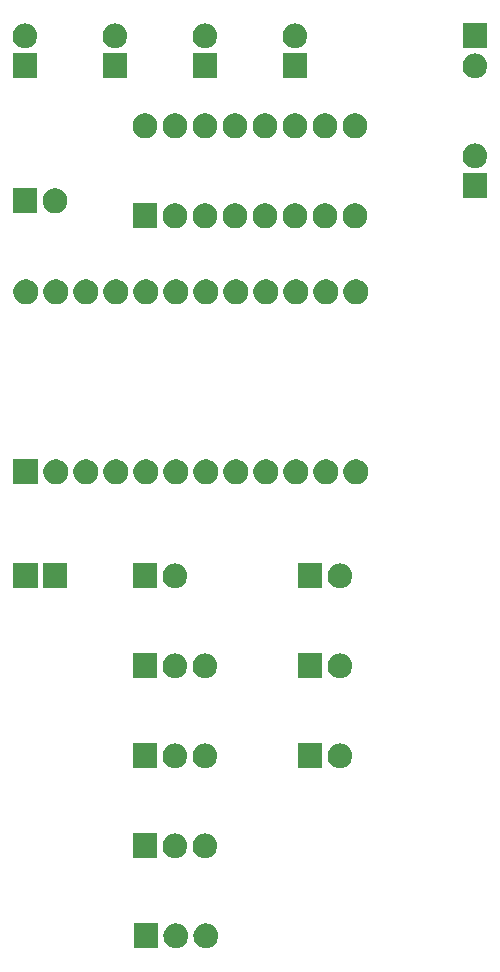
<source format=gbr>
%TF.GenerationSoftware,KiCad,Pcbnew,(5.1.4)-1*%
%TF.CreationDate,2019-11-27T14:19:05+02:00*%
%TF.ProjectId,DIVA_promicro,44495641-5f70-4726-9f6d-6963726f2e6b,rev?*%
%TF.SameCoordinates,Original*%
%TF.FileFunction,Soldermask,Bot*%
%TF.FilePolarity,Negative*%
%FSLAX46Y46*%
G04 Gerber Fmt 4.6, Leading zero omitted, Abs format (unit mm)*
G04 Created by KiCad (PCBNEW (5.1.4)-1) date 2019-11-27 14:19:05*
%MOMM*%
%LPD*%
G04 APERTURE LIST*
%ADD10C,0.100000*%
G04 APERTURE END LIST*
D10*
G36*
X127183097Y-113254069D02*
G01*
X127286032Y-113264207D01*
X127484146Y-113324305D01*
X127484149Y-113324306D01*
X127580975Y-113376061D01*
X127666729Y-113421897D01*
X127826765Y-113553235D01*
X127958103Y-113713271D01*
X128003939Y-113799025D01*
X128055694Y-113895851D01*
X128055695Y-113895854D01*
X128115793Y-114093968D01*
X128136085Y-114300000D01*
X128115793Y-114506032D01*
X128055695Y-114704146D01*
X128055694Y-114704149D01*
X128003939Y-114800975D01*
X127958103Y-114886729D01*
X127826765Y-115046765D01*
X127666729Y-115178103D01*
X127580975Y-115223939D01*
X127484149Y-115275694D01*
X127484146Y-115275695D01*
X127286032Y-115335793D01*
X127183097Y-115345931D01*
X127131631Y-115351000D01*
X127028369Y-115351000D01*
X126976903Y-115345931D01*
X126873968Y-115335793D01*
X126675854Y-115275695D01*
X126675851Y-115275694D01*
X126579025Y-115223939D01*
X126493271Y-115178103D01*
X126333235Y-115046765D01*
X126201897Y-114886729D01*
X126156061Y-114800975D01*
X126104306Y-114704149D01*
X126104305Y-114704146D01*
X126044207Y-114506032D01*
X126023915Y-114300000D01*
X126044207Y-114093968D01*
X126104305Y-113895854D01*
X126104306Y-113895851D01*
X126156061Y-113799025D01*
X126201897Y-113713271D01*
X126333235Y-113553235D01*
X126493271Y-113421897D01*
X126579025Y-113376061D01*
X126675851Y-113324306D01*
X126675854Y-113324305D01*
X126873968Y-113264207D01*
X126976903Y-113254069D01*
X127028369Y-113249000D01*
X127131631Y-113249000D01*
X127183097Y-113254069D01*
X127183097Y-113254069D01*
G37*
G36*
X123051000Y-115351000D02*
G01*
X120949000Y-115351000D01*
X120949000Y-113249000D01*
X123051000Y-113249000D01*
X123051000Y-115351000D01*
X123051000Y-115351000D01*
G37*
G36*
X124643097Y-113254069D02*
G01*
X124746032Y-113264207D01*
X124944146Y-113324305D01*
X124944149Y-113324306D01*
X125040975Y-113376061D01*
X125126729Y-113421897D01*
X125286765Y-113553235D01*
X125418103Y-113713271D01*
X125463939Y-113799025D01*
X125515694Y-113895851D01*
X125515695Y-113895854D01*
X125575793Y-114093968D01*
X125596085Y-114300000D01*
X125575793Y-114506032D01*
X125515695Y-114704146D01*
X125515694Y-114704149D01*
X125463939Y-114800975D01*
X125418103Y-114886729D01*
X125286765Y-115046765D01*
X125126729Y-115178103D01*
X125040975Y-115223939D01*
X124944149Y-115275694D01*
X124944146Y-115275695D01*
X124746032Y-115335793D01*
X124643097Y-115345931D01*
X124591631Y-115351000D01*
X124488369Y-115351000D01*
X124436903Y-115345931D01*
X124333968Y-115335793D01*
X124135854Y-115275695D01*
X124135851Y-115275694D01*
X124039025Y-115223939D01*
X123953271Y-115178103D01*
X123793235Y-115046765D01*
X123661897Y-114886729D01*
X123616061Y-114800975D01*
X123564306Y-114704149D01*
X123564305Y-114704146D01*
X123504207Y-114506032D01*
X123483915Y-114300000D01*
X123504207Y-114093968D01*
X123564305Y-113895854D01*
X123564306Y-113895851D01*
X123616061Y-113799025D01*
X123661897Y-113713271D01*
X123793235Y-113553235D01*
X123953271Y-113421897D01*
X124039025Y-113376061D01*
X124135851Y-113324306D01*
X124135854Y-113324305D01*
X124333968Y-113264207D01*
X124436903Y-113254069D01*
X124488369Y-113249000D01*
X124591631Y-113249000D01*
X124643097Y-113254069D01*
X124643097Y-113254069D01*
G37*
G36*
X122971000Y-107731000D02*
G01*
X120869000Y-107731000D01*
X120869000Y-105629000D01*
X122971000Y-105629000D01*
X122971000Y-107731000D01*
X122971000Y-107731000D01*
G37*
G36*
X127103097Y-105634069D02*
G01*
X127206032Y-105644207D01*
X127404146Y-105704305D01*
X127404149Y-105704306D01*
X127500975Y-105756061D01*
X127586729Y-105801897D01*
X127746765Y-105933235D01*
X127878103Y-106093271D01*
X127923939Y-106179025D01*
X127975694Y-106275851D01*
X127975695Y-106275854D01*
X128035793Y-106473968D01*
X128056085Y-106680000D01*
X128035793Y-106886032D01*
X127975695Y-107084146D01*
X127975694Y-107084149D01*
X127923939Y-107180975D01*
X127878103Y-107266729D01*
X127746765Y-107426765D01*
X127586729Y-107558103D01*
X127500975Y-107603939D01*
X127404149Y-107655694D01*
X127404146Y-107655695D01*
X127206032Y-107715793D01*
X127103097Y-107725931D01*
X127051631Y-107731000D01*
X126948369Y-107731000D01*
X126896903Y-107725931D01*
X126793968Y-107715793D01*
X126595854Y-107655695D01*
X126595851Y-107655694D01*
X126499025Y-107603939D01*
X126413271Y-107558103D01*
X126253235Y-107426765D01*
X126121897Y-107266729D01*
X126076061Y-107180975D01*
X126024306Y-107084149D01*
X126024305Y-107084146D01*
X125964207Y-106886032D01*
X125943915Y-106680000D01*
X125964207Y-106473968D01*
X126024305Y-106275854D01*
X126024306Y-106275851D01*
X126076061Y-106179025D01*
X126121897Y-106093271D01*
X126253235Y-105933235D01*
X126413271Y-105801897D01*
X126499025Y-105756061D01*
X126595851Y-105704306D01*
X126595854Y-105704305D01*
X126793968Y-105644207D01*
X126896903Y-105634069D01*
X126948369Y-105629000D01*
X127051631Y-105629000D01*
X127103097Y-105634069D01*
X127103097Y-105634069D01*
G37*
G36*
X124563097Y-105634069D02*
G01*
X124666032Y-105644207D01*
X124864146Y-105704305D01*
X124864149Y-105704306D01*
X124960975Y-105756061D01*
X125046729Y-105801897D01*
X125206765Y-105933235D01*
X125338103Y-106093271D01*
X125383939Y-106179025D01*
X125435694Y-106275851D01*
X125435695Y-106275854D01*
X125495793Y-106473968D01*
X125516085Y-106680000D01*
X125495793Y-106886032D01*
X125435695Y-107084146D01*
X125435694Y-107084149D01*
X125383939Y-107180975D01*
X125338103Y-107266729D01*
X125206765Y-107426765D01*
X125046729Y-107558103D01*
X124960975Y-107603939D01*
X124864149Y-107655694D01*
X124864146Y-107655695D01*
X124666032Y-107715793D01*
X124563097Y-107725931D01*
X124511631Y-107731000D01*
X124408369Y-107731000D01*
X124356903Y-107725931D01*
X124253968Y-107715793D01*
X124055854Y-107655695D01*
X124055851Y-107655694D01*
X123959025Y-107603939D01*
X123873271Y-107558103D01*
X123713235Y-107426765D01*
X123581897Y-107266729D01*
X123536061Y-107180975D01*
X123484306Y-107084149D01*
X123484305Y-107084146D01*
X123424207Y-106886032D01*
X123403915Y-106680000D01*
X123424207Y-106473968D01*
X123484305Y-106275854D01*
X123484306Y-106275851D01*
X123536061Y-106179025D01*
X123581897Y-106093271D01*
X123713235Y-105933235D01*
X123873271Y-105801897D01*
X123959025Y-105756061D01*
X124055851Y-105704306D01*
X124055854Y-105704305D01*
X124253968Y-105644207D01*
X124356903Y-105634069D01*
X124408369Y-105629000D01*
X124511631Y-105629000D01*
X124563097Y-105634069D01*
X124563097Y-105634069D01*
G37*
G36*
X127103097Y-98014069D02*
G01*
X127206032Y-98024207D01*
X127404146Y-98084305D01*
X127404149Y-98084306D01*
X127500975Y-98136061D01*
X127586729Y-98181897D01*
X127746765Y-98313235D01*
X127878103Y-98473271D01*
X127923939Y-98559025D01*
X127975694Y-98655851D01*
X127975695Y-98655854D01*
X128035793Y-98853968D01*
X128056085Y-99060000D01*
X128035793Y-99266032D01*
X127975695Y-99464146D01*
X127975694Y-99464149D01*
X127923939Y-99560975D01*
X127878103Y-99646729D01*
X127746765Y-99806765D01*
X127586729Y-99938103D01*
X127500975Y-99983939D01*
X127404149Y-100035694D01*
X127404146Y-100035695D01*
X127206032Y-100095793D01*
X127103097Y-100105931D01*
X127051631Y-100111000D01*
X126948369Y-100111000D01*
X126896903Y-100105931D01*
X126793968Y-100095793D01*
X126595854Y-100035695D01*
X126595851Y-100035694D01*
X126499025Y-99983939D01*
X126413271Y-99938103D01*
X126253235Y-99806765D01*
X126121897Y-99646729D01*
X126076061Y-99560975D01*
X126024306Y-99464149D01*
X126024305Y-99464146D01*
X125964207Y-99266032D01*
X125943915Y-99060000D01*
X125964207Y-98853968D01*
X126024305Y-98655854D01*
X126024306Y-98655851D01*
X126076061Y-98559025D01*
X126121897Y-98473271D01*
X126253235Y-98313235D01*
X126413271Y-98181897D01*
X126499025Y-98136061D01*
X126595851Y-98084306D01*
X126595854Y-98084305D01*
X126793968Y-98024207D01*
X126896903Y-98014069D01*
X126948369Y-98009000D01*
X127051631Y-98009000D01*
X127103097Y-98014069D01*
X127103097Y-98014069D01*
G37*
G36*
X136941000Y-100111000D02*
G01*
X134839000Y-100111000D01*
X134839000Y-98009000D01*
X136941000Y-98009000D01*
X136941000Y-100111000D01*
X136941000Y-100111000D01*
G37*
G36*
X124563097Y-98014069D02*
G01*
X124666032Y-98024207D01*
X124864146Y-98084305D01*
X124864149Y-98084306D01*
X124960975Y-98136061D01*
X125046729Y-98181897D01*
X125206765Y-98313235D01*
X125338103Y-98473271D01*
X125383939Y-98559025D01*
X125435694Y-98655851D01*
X125435695Y-98655854D01*
X125495793Y-98853968D01*
X125516085Y-99060000D01*
X125495793Y-99266032D01*
X125435695Y-99464146D01*
X125435694Y-99464149D01*
X125383939Y-99560975D01*
X125338103Y-99646729D01*
X125206765Y-99806765D01*
X125046729Y-99938103D01*
X124960975Y-99983939D01*
X124864149Y-100035694D01*
X124864146Y-100035695D01*
X124666032Y-100095793D01*
X124563097Y-100105931D01*
X124511631Y-100111000D01*
X124408369Y-100111000D01*
X124356903Y-100105931D01*
X124253968Y-100095793D01*
X124055854Y-100035695D01*
X124055851Y-100035694D01*
X123959025Y-99983939D01*
X123873271Y-99938103D01*
X123713235Y-99806765D01*
X123581897Y-99646729D01*
X123536061Y-99560975D01*
X123484306Y-99464149D01*
X123484305Y-99464146D01*
X123424207Y-99266032D01*
X123403915Y-99060000D01*
X123424207Y-98853968D01*
X123484305Y-98655854D01*
X123484306Y-98655851D01*
X123536061Y-98559025D01*
X123581897Y-98473271D01*
X123713235Y-98313235D01*
X123873271Y-98181897D01*
X123959025Y-98136061D01*
X124055851Y-98084306D01*
X124055854Y-98084305D01*
X124253968Y-98024207D01*
X124356903Y-98014069D01*
X124408369Y-98009000D01*
X124511631Y-98009000D01*
X124563097Y-98014069D01*
X124563097Y-98014069D01*
G37*
G36*
X122971000Y-100111000D02*
G01*
X120869000Y-100111000D01*
X120869000Y-98009000D01*
X122971000Y-98009000D01*
X122971000Y-100111000D01*
X122971000Y-100111000D01*
G37*
G36*
X138533097Y-98014069D02*
G01*
X138636032Y-98024207D01*
X138834146Y-98084305D01*
X138834149Y-98084306D01*
X138930975Y-98136061D01*
X139016729Y-98181897D01*
X139176765Y-98313235D01*
X139308103Y-98473271D01*
X139353939Y-98559025D01*
X139405694Y-98655851D01*
X139405695Y-98655854D01*
X139465793Y-98853968D01*
X139486085Y-99060000D01*
X139465793Y-99266032D01*
X139405695Y-99464146D01*
X139405694Y-99464149D01*
X139353939Y-99560975D01*
X139308103Y-99646729D01*
X139176765Y-99806765D01*
X139016729Y-99938103D01*
X138930975Y-99983939D01*
X138834149Y-100035694D01*
X138834146Y-100035695D01*
X138636032Y-100095793D01*
X138533097Y-100105931D01*
X138481631Y-100111000D01*
X138378369Y-100111000D01*
X138326903Y-100105931D01*
X138223968Y-100095793D01*
X138025854Y-100035695D01*
X138025851Y-100035694D01*
X137929025Y-99983939D01*
X137843271Y-99938103D01*
X137683235Y-99806765D01*
X137551897Y-99646729D01*
X137506061Y-99560975D01*
X137454306Y-99464149D01*
X137454305Y-99464146D01*
X137394207Y-99266032D01*
X137373915Y-99060000D01*
X137394207Y-98853968D01*
X137454305Y-98655854D01*
X137454306Y-98655851D01*
X137506061Y-98559025D01*
X137551897Y-98473271D01*
X137683235Y-98313235D01*
X137843271Y-98181897D01*
X137929025Y-98136061D01*
X138025851Y-98084306D01*
X138025854Y-98084305D01*
X138223968Y-98024207D01*
X138326903Y-98014069D01*
X138378369Y-98009000D01*
X138481631Y-98009000D01*
X138533097Y-98014069D01*
X138533097Y-98014069D01*
G37*
G36*
X124563097Y-90394069D02*
G01*
X124666032Y-90404207D01*
X124864146Y-90464305D01*
X124864149Y-90464306D01*
X124960975Y-90516061D01*
X125046729Y-90561897D01*
X125206765Y-90693235D01*
X125338103Y-90853271D01*
X125383939Y-90939025D01*
X125435694Y-91035851D01*
X125435695Y-91035854D01*
X125495793Y-91233968D01*
X125516085Y-91440000D01*
X125495793Y-91646032D01*
X125435695Y-91844146D01*
X125435694Y-91844149D01*
X125383939Y-91940975D01*
X125338103Y-92026729D01*
X125206765Y-92186765D01*
X125046729Y-92318103D01*
X124960975Y-92363939D01*
X124864149Y-92415694D01*
X124864146Y-92415695D01*
X124666032Y-92475793D01*
X124563097Y-92485931D01*
X124511631Y-92491000D01*
X124408369Y-92491000D01*
X124356903Y-92485931D01*
X124253968Y-92475793D01*
X124055854Y-92415695D01*
X124055851Y-92415694D01*
X123959025Y-92363939D01*
X123873271Y-92318103D01*
X123713235Y-92186765D01*
X123581897Y-92026729D01*
X123536061Y-91940975D01*
X123484306Y-91844149D01*
X123484305Y-91844146D01*
X123424207Y-91646032D01*
X123403915Y-91440000D01*
X123424207Y-91233968D01*
X123484305Y-91035854D01*
X123484306Y-91035851D01*
X123536061Y-90939025D01*
X123581897Y-90853271D01*
X123713235Y-90693235D01*
X123873271Y-90561897D01*
X123959025Y-90516061D01*
X124055851Y-90464306D01*
X124055854Y-90464305D01*
X124253968Y-90404207D01*
X124356903Y-90394069D01*
X124408369Y-90389000D01*
X124511631Y-90389000D01*
X124563097Y-90394069D01*
X124563097Y-90394069D01*
G37*
G36*
X136941000Y-92491000D02*
G01*
X134839000Y-92491000D01*
X134839000Y-90389000D01*
X136941000Y-90389000D01*
X136941000Y-92491000D01*
X136941000Y-92491000D01*
G37*
G36*
X138533097Y-90394069D02*
G01*
X138636032Y-90404207D01*
X138834146Y-90464305D01*
X138834149Y-90464306D01*
X138930975Y-90516061D01*
X139016729Y-90561897D01*
X139176765Y-90693235D01*
X139308103Y-90853271D01*
X139353939Y-90939025D01*
X139405694Y-91035851D01*
X139405695Y-91035854D01*
X139465793Y-91233968D01*
X139486085Y-91440000D01*
X139465793Y-91646032D01*
X139405695Y-91844146D01*
X139405694Y-91844149D01*
X139353939Y-91940975D01*
X139308103Y-92026729D01*
X139176765Y-92186765D01*
X139016729Y-92318103D01*
X138930975Y-92363939D01*
X138834149Y-92415694D01*
X138834146Y-92415695D01*
X138636032Y-92475793D01*
X138533097Y-92485931D01*
X138481631Y-92491000D01*
X138378369Y-92491000D01*
X138326903Y-92485931D01*
X138223968Y-92475793D01*
X138025854Y-92415695D01*
X138025851Y-92415694D01*
X137929025Y-92363939D01*
X137843271Y-92318103D01*
X137683235Y-92186765D01*
X137551897Y-92026729D01*
X137506061Y-91940975D01*
X137454306Y-91844149D01*
X137454305Y-91844146D01*
X137394207Y-91646032D01*
X137373915Y-91440000D01*
X137394207Y-91233968D01*
X137454305Y-91035854D01*
X137454306Y-91035851D01*
X137506061Y-90939025D01*
X137551897Y-90853271D01*
X137683235Y-90693235D01*
X137843271Y-90561897D01*
X137929025Y-90516061D01*
X138025851Y-90464306D01*
X138025854Y-90464305D01*
X138223968Y-90404207D01*
X138326903Y-90394069D01*
X138378369Y-90389000D01*
X138481631Y-90389000D01*
X138533097Y-90394069D01*
X138533097Y-90394069D01*
G37*
G36*
X122971000Y-92491000D02*
G01*
X120869000Y-92491000D01*
X120869000Y-90389000D01*
X122971000Y-90389000D01*
X122971000Y-92491000D01*
X122971000Y-92491000D01*
G37*
G36*
X127103097Y-90394069D02*
G01*
X127206032Y-90404207D01*
X127404146Y-90464305D01*
X127404149Y-90464306D01*
X127500975Y-90516061D01*
X127586729Y-90561897D01*
X127746765Y-90693235D01*
X127878103Y-90853271D01*
X127923939Y-90939025D01*
X127975694Y-91035851D01*
X127975695Y-91035854D01*
X128035793Y-91233968D01*
X128056085Y-91440000D01*
X128035793Y-91646032D01*
X127975695Y-91844146D01*
X127975694Y-91844149D01*
X127923939Y-91940975D01*
X127878103Y-92026729D01*
X127746765Y-92186765D01*
X127586729Y-92318103D01*
X127500975Y-92363939D01*
X127404149Y-92415694D01*
X127404146Y-92415695D01*
X127206032Y-92475793D01*
X127103097Y-92485931D01*
X127051631Y-92491000D01*
X126948369Y-92491000D01*
X126896903Y-92485931D01*
X126793968Y-92475793D01*
X126595854Y-92415695D01*
X126595851Y-92415694D01*
X126499025Y-92363939D01*
X126413271Y-92318103D01*
X126253235Y-92186765D01*
X126121897Y-92026729D01*
X126076061Y-91940975D01*
X126024306Y-91844149D01*
X126024305Y-91844146D01*
X125964207Y-91646032D01*
X125943915Y-91440000D01*
X125964207Y-91233968D01*
X126024305Y-91035854D01*
X126024306Y-91035851D01*
X126076061Y-90939025D01*
X126121897Y-90853271D01*
X126253235Y-90693235D01*
X126413271Y-90561897D01*
X126499025Y-90516061D01*
X126595851Y-90464306D01*
X126595854Y-90464305D01*
X126793968Y-90404207D01*
X126896903Y-90394069D01*
X126948369Y-90389000D01*
X127051631Y-90389000D01*
X127103097Y-90394069D01*
X127103097Y-90394069D01*
G37*
G36*
X115351000Y-84871000D02*
G01*
X113249000Y-84871000D01*
X113249000Y-82769000D01*
X115351000Y-82769000D01*
X115351000Y-84871000D01*
X115351000Y-84871000D01*
G37*
G36*
X112821000Y-84871000D02*
G01*
X110719000Y-84871000D01*
X110719000Y-82769000D01*
X112821000Y-82769000D01*
X112821000Y-84871000D01*
X112821000Y-84871000D01*
G37*
G36*
X122971000Y-84871000D02*
G01*
X120869000Y-84871000D01*
X120869000Y-82769000D01*
X122971000Y-82769000D01*
X122971000Y-84871000D01*
X122971000Y-84871000D01*
G37*
G36*
X124563097Y-82774069D02*
G01*
X124666032Y-82784207D01*
X124864146Y-82844305D01*
X124864149Y-82844306D01*
X124960975Y-82896061D01*
X125046729Y-82941897D01*
X125206765Y-83073235D01*
X125338103Y-83233271D01*
X125383939Y-83319025D01*
X125435694Y-83415851D01*
X125435695Y-83415854D01*
X125495793Y-83613968D01*
X125516085Y-83820000D01*
X125495793Y-84026032D01*
X125435695Y-84224146D01*
X125435694Y-84224149D01*
X125383939Y-84320975D01*
X125338103Y-84406729D01*
X125206765Y-84566765D01*
X125046729Y-84698103D01*
X124960975Y-84743939D01*
X124864149Y-84795694D01*
X124864146Y-84795695D01*
X124666032Y-84855793D01*
X124563097Y-84865931D01*
X124511631Y-84871000D01*
X124408369Y-84871000D01*
X124356903Y-84865931D01*
X124253968Y-84855793D01*
X124055854Y-84795695D01*
X124055851Y-84795694D01*
X123959025Y-84743939D01*
X123873271Y-84698103D01*
X123713235Y-84566765D01*
X123581897Y-84406729D01*
X123536061Y-84320975D01*
X123484306Y-84224149D01*
X123484305Y-84224146D01*
X123424207Y-84026032D01*
X123403915Y-83820000D01*
X123424207Y-83613968D01*
X123484305Y-83415854D01*
X123484306Y-83415851D01*
X123536061Y-83319025D01*
X123581897Y-83233271D01*
X123713235Y-83073235D01*
X123873271Y-82941897D01*
X123959025Y-82896061D01*
X124055851Y-82844306D01*
X124055854Y-82844305D01*
X124253968Y-82784207D01*
X124356903Y-82774069D01*
X124408369Y-82769000D01*
X124511631Y-82769000D01*
X124563097Y-82774069D01*
X124563097Y-82774069D01*
G37*
G36*
X136941000Y-84871000D02*
G01*
X134839000Y-84871000D01*
X134839000Y-82769000D01*
X136941000Y-82769000D01*
X136941000Y-84871000D01*
X136941000Y-84871000D01*
G37*
G36*
X138533097Y-82774069D02*
G01*
X138636032Y-82784207D01*
X138834146Y-82844305D01*
X138834149Y-82844306D01*
X138930975Y-82896061D01*
X139016729Y-82941897D01*
X139176765Y-83073235D01*
X139308103Y-83233271D01*
X139353939Y-83319025D01*
X139405694Y-83415851D01*
X139405695Y-83415854D01*
X139465793Y-83613968D01*
X139486085Y-83820000D01*
X139465793Y-84026032D01*
X139405695Y-84224146D01*
X139405694Y-84224149D01*
X139353939Y-84320975D01*
X139308103Y-84406729D01*
X139176765Y-84566765D01*
X139016729Y-84698103D01*
X138930975Y-84743939D01*
X138834149Y-84795694D01*
X138834146Y-84795695D01*
X138636032Y-84855793D01*
X138533097Y-84865931D01*
X138481631Y-84871000D01*
X138378369Y-84871000D01*
X138326903Y-84865931D01*
X138223968Y-84855793D01*
X138025854Y-84795695D01*
X138025851Y-84795694D01*
X137929025Y-84743939D01*
X137843271Y-84698103D01*
X137683235Y-84566765D01*
X137551897Y-84406729D01*
X137506061Y-84320975D01*
X137454306Y-84224149D01*
X137454305Y-84224146D01*
X137394207Y-84026032D01*
X137373915Y-83820000D01*
X137394207Y-83613968D01*
X137454305Y-83415854D01*
X137454306Y-83415851D01*
X137506061Y-83319025D01*
X137551897Y-83233271D01*
X137683235Y-83073235D01*
X137843271Y-82941897D01*
X137929025Y-82896061D01*
X138025851Y-82844306D01*
X138025854Y-82844305D01*
X138223968Y-82784207D01*
X138326903Y-82774069D01*
X138378369Y-82769000D01*
X138481631Y-82769000D01*
X138533097Y-82774069D01*
X138533097Y-82774069D01*
G37*
G36*
X129921565Y-73994390D02*
G01*
X130112834Y-74073616D01*
X130112836Y-74073617D01*
X130284974Y-74188636D01*
X130431366Y-74335028D01*
X130546386Y-74507168D01*
X130625612Y-74698437D01*
X130666001Y-74901485D01*
X130666001Y-75108517D01*
X130625612Y-75311565D01*
X130546386Y-75502834D01*
X130546385Y-75502836D01*
X130431366Y-75674974D01*
X130284974Y-75821366D01*
X130112836Y-75936385D01*
X130112835Y-75936386D01*
X130112834Y-75936386D01*
X129921565Y-76015612D01*
X129718517Y-76056001D01*
X129511485Y-76056001D01*
X129308437Y-76015612D01*
X129117168Y-75936386D01*
X129117167Y-75936386D01*
X129117166Y-75936385D01*
X128945028Y-75821366D01*
X128798636Y-75674974D01*
X128683617Y-75502836D01*
X128683616Y-75502834D01*
X128604390Y-75311565D01*
X128564001Y-75108517D01*
X128564001Y-74901485D01*
X128604390Y-74698437D01*
X128683616Y-74507168D01*
X128798636Y-74335028D01*
X128945028Y-74188636D01*
X129117166Y-74073617D01*
X129117168Y-74073616D01*
X129308437Y-73994390D01*
X129511485Y-73954001D01*
X129718517Y-73954001D01*
X129921565Y-73994390D01*
X129921565Y-73994390D01*
G37*
G36*
X119761565Y-73994390D02*
G01*
X119952834Y-74073616D01*
X119952836Y-74073617D01*
X120124974Y-74188636D01*
X120271366Y-74335028D01*
X120386386Y-74507168D01*
X120465612Y-74698437D01*
X120506001Y-74901485D01*
X120506001Y-75108517D01*
X120465612Y-75311565D01*
X120386386Y-75502834D01*
X120386385Y-75502836D01*
X120271366Y-75674974D01*
X120124974Y-75821366D01*
X119952836Y-75936385D01*
X119952835Y-75936386D01*
X119952834Y-75936386D01*
X119761565Y-76015612D01*
X119558517Y-76056001D01*
X119351485Y-76056001D01*
X119148437Y-76015612D01*
X118957168Y-75936386D01*
X118957167Y-75936386D01*
X118957166Y-75936385D01*
X118785028Y-75821366D01*
X118638636Y-75674974D01*
X118523617Y-75502836D01*
X118523616Y-75502834D01*
X118444390Y-75311565D01*
X118404001Y-75108517D01*
X118404001Y-74901485D01*
X118444390Y-74698437D01*
X118523616Y-74507168D01*
X118638636Y-74335028D01*
X118785028Y-74188636D01*
X118957166Y-74073617D01*
X118957168Y-74073616D01*
X119148437Y-73994390D01*
X119351485Y-73954001D01*
X119558517Y-73954001D01*
X119761565Y-73994390D01*
X119761565Y-73994390D01*
G37*
G36*
X117221565Y-73994390D02*
G01*
X117412834Y-74073616D01*
X117412836Y-74073617D01*
X117584974Y-74188636D01*
X117731366Y-74335028D01*
X117846386Y-74507168D01*
X117925612Y-74698437D01*
X117966001Y-74901485D01*
X117966001Y-75108517D01*
X117925612Y-75311565D01*
X117846386Y-75502834D01*
X117846385Y-75502836D01*
X117731366Y-75674974D01*
X117584974Y-75821366D01*
X117412836Y-75936385D01*
X117412835Y-75936386D01*
X117412834Y-75936386D01*
X117221565Y-76015612D01*
X117018517Y-76056001D01*
X116811485Y-76056001D01*
X116608437Y-76015612D01*
X116417168Y-75936386D01*
X116417167Y-75936386D01*
X116417166Y-75936385D01*
X116245028Y-75821366D01*
X116098636Y-75674974D01*
X115983617Y-75502836D01*
X115983616Y-75502834D01*
X115904390Y-75311565D01*
X115864001Y-75108517D01*
X115864001Y-74901485D01*
X115904390Y-74698437D01*
X115983616Y-74507168D01*
X116098636Y-74335028D01*
X116245028Y-74188636D01*
X116417166Y-74073617D01*
X116417168Y-74073616D01*
X116608437Y-73994390D01*
X116811485Y-73954001D01*
X117018517Y-73954001D01*
X117221565Y-73994390D01*
X117221565Y-73994390D01*
G37*
G36*
X114681565Y-73994390D02*
G01*
X114872834Y-74073616D01*
X114872836Y-74073617D01*
X115044974Y-74188636D01*
X115191366Y-74335028D01*
X115306386Y-74507168D01*
X115385612Y-74698437D01*
X115426001Y-74901485D01*
X115426001Y-75108517D01*
X115385612Y-75311565D01*
X115306386Y-75502834D01*
X115306385Y-75502836D01*
X115191366Y-75674974D01*
X115044974Y-75821366D01*
X114872836Y-75936385D01*
X114872835Y-75936386D01*
X114872834Y-75936386D01*
X114681565Y-76015612D01*
X114478517Y-76056001D01*
X114271485Y-76056001D01*
X114068437Y-76015612D01*
X113877168Y-75936386D01*
X113877167Y-75936386D01*
X113877166Y-75936385D01*
X113705028Y-75821366D01*
X113558636Y-75674974D01*
X113443617Y-75502836D01*
X113443616Y-75502834D01*
X113364390Y-75311565D01*
X113324001Y-75108517D01*
X113324001Y-74901485D01*
X113364390Y-74698437D01*
X113443616Y-74507168D01*
X113558636Y-74335028D01*
X113705028Y-74188636D01*
X113877166Y-74073617D01*
X113877168Y-74073616D01*
X114068437Y-73994390D01*
X114271485Y-73954001D01*
X114478517Y-73954001D01*
X114681565Y-73994390D01*
X114681565Y-73994390D01*
G37*
G36*
X112886001Y-76056001D02*
G01*
X110784001Y-76056001D01*
X110784001Y-73954001D01*
X112886001Y-73954001D01*
X112886001Y-76056001D01*
X112886001Y-76056001D01*
G37*
G36*
X124841565Y-73994390D02*
G01*
X125032834Y-74073616D01*
X125032836Y-74073617D01*
X125204974Y-74188636D01*
X125351366Y-74335028D01*
X125466386Y-74507168D01*
X125545612Y-74698437D01*
X125586001Y-74901485D01*
X125586001Y-75108517D01*
X125545612Y-75311565D01*
X125466386Y-75502834D01*
X125466385Y-75502836D01*
X125351366Y-75674974D01*
X125204974Y-75821366D01*
X125032836Y-75936385D01*
X125032835Y-75936386D01*
X125032834Y-75936386D01*
X124841565Y-76015612D01*
X124638517Y-76056001D01*
X124431485Y-76056001D01*
X124228437Y-76015612D01*
X124037168Y-75936386D01*
X124037167Y-75936386D01*
X124037166Y-75936385D01*
X123865028Y-75821366D01*
X123718636Y-75674974D01*
X123603617Y-75502836D01*
X123603616Y-75502834D01*
X123524390Y-75311565D01*
X123484001Y-75108517D01*
X123484001Y-74901485D01*
X123524390Y-74698437D01*
X123603616Y-74507168D01*
X123718636Y-74335028D01*
X123865028Y-74188636D01*
X124037166Y-74073617D01*
X124037168Y-74073616D01*
X124228437Y-73994390D01*
X124431485Y-73954001D01*
X124638517Y-73954001D01*
X124841565Y-73994390D01*
X124841565Y-73994390D01*
G37*
G36*
X127381565Y-73994390D02*
G01*
X127572834Y-74073616D01*
X127572836Y-74073617D01*
X127744974Y-74188636D01*
X127891366Y-74335028D01*
X128006386Y-74507168D01*
X128085612Y-74698437D01*
X128126001Y-74901485D01*
X128126001Y-75108517D01*
X128085612Y-75311565D01*
X128006386Y-75502834D01*
X128006385Y-75502836D01*
X127891366Y-75674974D01*
X127744974Y-75821366D01*
X127572836Y-75936385D01*
X127572835Y-75936386D01*
X127572834Y-75936386D01*
X127381565Y-76015612D01*
X127178517Y-76056001D01*
X126971485Y-76056001D01*
X126768437Y-76015612D01*
X126577168Y-75936386D01*
X126577167Y-75936386D01*
X126577166Y-75936385D01*
X126405028Y-75821366D01*
X126258636Y-75674974D01*
X126143617Y-75502836D01*
X126143616Y-75502834D01*
X126064390Y-75311565D01*
X126024001Y-75108517D01*
X126024001Y-74901485D01*
X126064390Y-74698437D01*
X126143616Y-74507168D01*
X126258636Y-74335028D01*
X126405028Y-74188636D01*
X126577166Y-74073617D01*
X126577168Y-74073616D01*
X126768437Y-73994390D01*
X126971485Y-73954001D01*
X127178517Y-73954001D01*
X127381565Y-73994390D01*
X127381565Y-73994390D01*
G37*
G36*
X132461565Y-73994390D02*
G01*
X132652834Y-74073616D01*
X132652836Y-74073617D01*
X132824974Y-74188636D01*
X132971366Y-74335028D01*
X133086386Y-74507168D01*
X133165612Y-74698437D01*
X133206001Y-74901485D01*
X133206001Y-75108517D01*
X133165612Y-75311565D01*
X133086386Y-75502834D01*
X133086385Y-75502836D01*
X132971366Y-75674974D01*
X132824974Y-75821366D01*
X132652836Y-75936385D01*
X132652835Y-75936386D01*
X132652834Y-75936386D01*
X132461565Y-76015612D01*
X132258517Y-76056001D01*
X132051485Y-76056001D01*
X131848437Y-76015612D01*
X131657168Y-75936386D01*
X131657167Y-75936386D01*
X131657166Y-75936385D01*
X131485028Y-75821366D01*
X131338636Y-75674974D01*
X131223617Y-75502836D01*
X131223616Y-75502834D01*
X131144390Y-75311565D01*
X131104001Y-75108517D01*
X131104001Y-74901485D01*
X131144390Y-74698437D01*
X131223616Y-74507168D01*
X131338636Y-74335028D01*
X131485028Y-74188636D01*
X131657166Y-74073617D01*
X131657168Y-74073616D01*
X131848437Y-73994390D01*
X132051485Y-73954001D01*
X132258517Y-73954001D01*
X132461565Y-73994390D01*
X132461565Y-73994390D01*
G37*
G36*
X135001565Y-73994390D02*
G01*
X135192834Y-74073616D01*
X135192836Y-74073617D01*
X135364974Y-74188636D01*
X135511366Y-74335028D01*
X135626386Y-74507168D01*
X135705612Y-74698437D01*
X135746001Y-74901485D01*
X135746001Y-75108517D01*
X135705612Y-75311565D01*
X135626386Y-75502834D01*
X135626385Y-75502836D01*
X135511366Y-75674974D01*
X135364974Y-75821366D01*
X135192836Y-75936385D01*
X135192835Y-75936386D01*
X135192834Y-75936386D01*
X135001565Y-76015612D01*
X134798517Y-76056001D01*
X134591485Y-76056001D01*
X134388437Y-76015612D01*
X134197168Y-75936386D01*
X134197167Y-75936386D01*
X134197166Y-75936385D01*
X134025028Y-75821366D01*
X133878636Y-75674974D01*
X133763617Y-75502836D01*
X133763616Y-75502834D01*
X133684390Y-75311565D01*
X133644001Y-75108517D01*
X133644001Y-74901485D01*
X133684390Y-74698437D01*
X133763616Y-74507168D01*
X133878636Y-74335028D01*
X134025028Y-74188636D01*
X134197166Y-74073617D01*
X134197168Y-74073616D01*
X134388437Y-73994390D01*
X134591485Y-73954001D01*
X134798517Y-73954001D01*
X135001565Y-73994390D01*
X135001565Y-73994390D01*
G37*
G36*
X137541565Y-73994390D02*
G01*
X137732834Y-74073616D01*
X137732836Y-74073617D01*
X137904974Y-74188636D01*
X138051366Y-74335028D01*
X138166386Y-74507168D01*
X138245612Y-74698437D01*
X138286001Y-74901485D01*
X138286001Y-75108517D01*
X138245612Y-75311565D01*
X138166386Y-75502834D01*
X138166385Y-75502836D01*
X138051366Y-75674974D01*
X137904974Y-75821366D01*
X137732836Y-75936385D01*
X137732835Y-75936386D01*
X137732834Y-75936386D01*
X137541565Y-76015612D01*
X137338517Y-76056001D01*
X137131485Y-76056001D01*
X136928437Y-76015612D01*
X136737168Y-75936386D01*
X136737167Y-75936386D01*
X136737166Y-75936385D01*
X136565028Y-75821366D01*
X136418636Y-75674974D01*
X136303617Y-75502836D01*
X136303616Y-75502834D01*
X136224390Y-75311565D01*
X136184001Y-75108517D01*
X136184001Y-74901485D01*
X136224390Y-74698437D01*
X136303616Y-74507168D01*
X136418636Y-74335028D01*
X136565028Y-74188636D01*
X136737166Y-74073617D01*
X136737168Y-74073616D01*
X136928437Y-73994390D01*
X137131485Y-73954001D01*
X137338517Y-73954001D01*
X137541565Y-73994390D01*
X137541565Y-73994390D01*
G37*
G36*
X122301565Y-73994390D02*
G01*
X122492834Y-74073616D01*
X122492836Y-74073617D01*
X122664974Y-74188636D01*
X122811366Y-74335028D01*
X122926386Y-74507168D01*
X123005612Y-74698437D01*
X123046001Y-74901485D01*
X123046001Y-75108517D01*
X123005612Y-75311565D01*
X122926386Y-75502834D01*
X122926385Y-75502836D01*
X122811366Y-75674974D01*
X122664974Y-75821366D01*
X122492836Y-75936385D01*
X122492835Y-75936386D01*
X122492834Y-75936386D01*
X122301565Y-76015612D01*
X122098517Y-76056001D01*
X121891485Y-76056001D01*
X121688437Y-76015612D01*
X121497168Y-75936386D01*
X121497167Y-75936386D01*
X121497166Y-75936385D01*
X121325028Y-75821366D01*
X121178636Y-75674974D01*
X121063617Y-75502836D01*
X121063616Y-75502834D01*
X120984390Y-75311565D01*
X120944001Y-75108517D01*
X120944001Y-74901485D01*
X120984390Y-74698437D01*
X121063616Y-74507168D01*
X121178636Y-74335028D01*
X121325028Y-74188636D01*
X121497166Y-74073617D01*
X121497168Y-74073616D01*
X121688437Y-73994390D01*
X121891485Y-73954001D01*
X122098517Y-73954001D01*
X122301565Y-73994390D01*
X122301565Y-73994390D01*
G37*
G36*
X140081565Y-73994390D02*
G01*
X140272834Y-74073616D01*
X140272836Y-74073617D01*
X140444974Y-74188636D01*
X140591366Y-74335028D01*
X140706386Y-74507168D01*
X140785612Y-74698437D01*
X140826001Y-74901485D01*
X140826001Y-75108517D01*
X140785612Y-75311565D01*
X140706386Y-75502834D01*
X140706385Y-75502836D01*
X140591366Y-75674974D01*
X140444974Y-75821366D01*
X140272836Y-75936385D01*
X140272835Y-75936386D01*
X140272834Y-75936386D01*
X140081565Y-76015612D01*
X139878517Y-76056001D01*
X139671485Y-76056001D01*
X139468437Y-76015612D01*
X139277168Y-75936386D01*
X139277167Y-75936386D01*
X139277166Y-75936385D01*
X139105028Y-75821366D01*
X138958636Y-75674974D01*
X138843617Y-75502836D01*
X138843616Y-75502834D01*
X138764390Y-75311565D01*
X138724001Y-75108517D01*
X138724001Y-74901485D01*
X138764390Y-74698437D01*
X138843616Y-74507168D01*
X138958636Y-74335028D01*
X139105028Y-74188636D01*
X139277166Y-74073617D01*
X139277168Y-74073616D01*
X139468437Y-73994390D01*
X139671485Y-73954001D01*
X139878517Y-73954001D01*
X140081565Y-73994390D01*
X140081565Y-73994390D01*
G37*
G36*
X122301565Y-58754390D02*
G01*
X122492834Y-58833616D01*
X122492836Y-58833617D01*
X122664974Y-58948636D01*
X122811366Y-59095028D01*
X122926386Y-59267168D01*
X123005612Y-59458437D01*
X123046001Y-59661485D01*
X123046001Y-59868517D01*
X123005612Y-60071565D01*
X122926386Y-60262834D01*
X122926385Y-60262836D01*
X122811366Y-60434974D01*
X122664974Y-60581366D01*
X122492836Y-60696385D01*
X122492835Y-60696386D01*
X122492834Y-60696386D01*
X122301565Y-60775612D01*
X122098517Y-60816001D01*
X121891485Y-60816001D01*
X121688437Y-60775612D01*
X121497168Y-60696386D01*
X121497167Y-60696386D01*
X121497166Y-60696385D01*
X121325028Y-60581366D01*
X121178636Y-60434974D01*
X121063617Y-60262836D01*
X121063616Y-60262834D01*
X120984390Y-60071565D01*
X120944001Y-59868517D01*
X120944001Y-59661485D01*
X120984390Y-59458437D01*
X121063616Y-59267168D01*
X121178636Y-59095028D01*
X121325028Y-58948636D01*
X121497166Y-58833617D01*
X121497168Y-58833616D01*
X121688437Y-58754390D01*
X121891485Y-58714001D01*
X122098517Y-58714001D01*
X122301565Y-58754390D01*
X122301565Y-58754390D01*
G37*
G36*
X119761565Y-58754390D02*
G01*
X119952834Y-58833616D01*
X119952836Y-58833617D01*
X120124974Y-58948636D01*
X120271366Y-59095028D01*
X120386386Y-59267168D01*
X120465612Y-59458437D01*
X120506001Y-59661485D01*
X120506001Y-59868517D01*
X120465612Y-60071565D01*
X120386386Y-60262834D01*
X120386385Y-60262836D01*
X120271366Y-60434974D01*
X120124974Y-60581366D01*
X119952836Y-60696385D01*
X119952835Y-60696386D01*
X119952834Y-60696386D01*
X119761565Y-60775612D01*
X119558517Y-60816001D01*
X119351485Y-60816001D01*
X119148437Y-60775612D01*
X118957168Y-60696386D01*
X118957167Y-60696386D01*
X118957166Y-60696385D01*
X118785028Y-60581366D01*
X118638636Y-60434974D01*
X118523617Y-60262836D01*
X118523616Y-60262834D01*
X118444390Y-60071565D01*
X118404001Y-59868517D01*
X118404001Y-59661485D01*
X118444390Y-59458437D01*
X118523616Y-59267168D01*
X118638636Y-59095028D01*
X118785028Y-58948636D01*
X118957166Y-58833617D01*
X118957168Y-58833616D01*
X119148437Y-58754390D01*
X119351485Y-58714001D01*
X119558517Y-58714001D01*
X119761565Y-58754390D01*
X119761565Y-58754390D01*
G37*
G36*
X117221565Y-58754390D02*
G01*
X117412834Y-58833616D01*
X117412836Y-58833617D01*
X117584974Y-58948636D01*
X117731366Y-59095028D01*
X117846386Y-59267168D01*
X117925612Y-59458437D01*
X117966001Y-59661485D01*
X117966001Y-59868517D01*
X117925612Y-60071565D01*
X117846386Y-60262834D01*
X117846385Y-60262836D01*
X117731366Y-60434974D01*
X117584974Y-60581366D01*
X117412836Y-60696385D01*
X117412835Y-60696386D01*
X117412834Y-60696386D01*
X117221565Y-60775612D01*
X117018517Y-60816001D01*
X116811485Y-60816001D01*
X116608437Y-60775612D01*
X116417168Y-60696386D01*
X116417167Y-60696386D01*
X116417166Y-60696385D01*
X116245028Y-60581366D01*
X116098636Y-60434974D01*
X115983617Y-60262836D01*
X115983616Y-60262834D01*
X115904390Y-60071565D01*
X115864001Y-59868517D01*
X115864001Y-59661485D01*
X115904390Y-59458437D01*
X115983616Y-59267168D01*
X116098636Y-59095028D01*
X116245028Y-58948636D01*
X116417166Y-58833617D01*
X116417168Y-58833616D01*
X116608437Y-58754390D01*
X116811485Y-58714001D01*
X117018517Y-58714001D01*
X117221565Y-58754390D01*
X117221565Y-58754390D01*
G37*
G36*
X114681565Y-58754390D02*
G01*
X114872834Y-58833616D01*
X114872836Y-58833617D01*
X115044974Y-58948636D01*
X115191366Y-59095028D01*
X115306386Y-59267168D01*
X115385612Y-59458437D01*
X115426001Y-59661485D01*
X115426001Y-59868517D01*
X115385612Y-60071565D01*
X115306386Y-60262834D01*
X115306385Y-60262836D01*
X115191366Y-60434974D01*
X115044974Y-60581366D01*
X114872836Y-60696385D01*
X114872835Y-60696386D01*
X114872834Y-60696386D01*
X114681565Y-60775612D01*
X114478517Y-60816001D01*
X114271485Y-60816001D01*
X114068437Y-60775612D01*
X113877168Y-60696386D01*
X113877167Y-60696386D01*
X113877166Y-60696385D01*
X113705028Y-60581366D01*
X113558636Y-60434974D01*
X113443617Y-60262836D01*
X113443616Y-60262834D01*
X113364390Y-60071565D01*
X113324001Y-59868517D01*
X113324001Y-59661485D01*
X113364390Y-59458437D01*
X113443616Y-59267168D01*
X113558636Y-59095028D01*
X113705028Y-58948636D01*
X113877166Y-58833617D01*
X113877168Y-58833616D01*
X114068437Y-58754390D01*
X114271485Y-58714001D01*
X114478517Y-58714001D01*
X114681565Y-58754390D01*
X114681565Y-58754390D01*
G37*
G36*
X112141565Y-58754390D02*
G01*
X112332834Y-58833616D01*
X112332836Y-58833617D01*
X112504974Y-58948636D01*
X112651366Y-59095028D01*
X112766386Y-59267168D01*
X112845612Y-59458437D01*
X112886001Y-59661485D01*
X112886001Y-59868517D01*
X112845612Y-60071565D01*
X112766386Y-60262834D01*
X112766385Y-60262836D01*
X112651366Y-60434974D01*
X112504974Y-60581366D01*
X112332836Y-60696385D01*
X112332835Y-60696386D01*
X112332834Y-60696386D01*
X112141565Y-60775612D01*
X111938517Y-60816001D01*
X111731485Y-60816001D01*
X111528437Y-60775612D01*
X111337168Y-60696386D01*
X111337167Y-60696386D01*
X111337166Y-60696385D01*
X111165028Y-60581366D01*
X111018636Y-60434974D01*
X110903617Y-60262836D01*
X110903616Y-60262834D01*
X110824390Y-60071565D01*
X110784001Y-59868517D01*
X110784001Y-59661485D01*
X110824390Y-59458437D01*
X110903616Y-59267168D01*
X111018636Y-59095028D01*
X111165028Y-58948636D01*
X111337166Y-58833617D01*
X111337168Y-58833616D01*
X111528437Y-58754390D01*
X111731485Y-58714001D01*
X111938517Y-58714001D01*
X112141565Y-58754390D01*
X112141565Y-58754390D01*
G37*
G36*
X132461565Y-58754390D02*
G01*
X132652834Y-58833616D01*
X132652836Y-58833617D01*
X132824974Y-58948636D01*
X132971366Y-59095028D01*
X133086386Y-59267168D01*
X133165612Y-59458437D01*
X133206001Y-59661485D01*
X133206001Y-59868517D01*
X133165612Y-60071565D01*
X133086386Y-60262834D01*
X133086385Y-60262836D01*
X132971366Y-60434974D01*
X132824974Y-60581366D01*
X132652836Y-60696385D01*
X132652835Y-60696386D01*
X132652834Y-60696386D01*
X132461565Y-60775612D01*
X132258517Y-60816001D01*
X132051485Y-60816001D01*
X131848437Y-60775612D01*
X131657168Y-60696386D01*
X131657167Y-60696386D01*
X131657166Y-60696385D01*
X131485028Y-60581366D01*
X131338636Y-60434974D01*
X131223617Y-60262836D01*
X131223616Y-60262834D01*
X131144390Y-60071565D01*
X131104001Y-59868517D01*
X131104001Y-59661485D01*
X131144390Y-59458437D01*
X131223616Y-59267168D01*
X131338636Y-59095028D01*
X131485028Y-58948636D01*
X131657166Y-58833617D01*
X131657168Y-58833616D01*
X131848437Y-58754390D01*
X132051485Y-58714001D01*
X132258517Y-58714001D01*
X132461565Y-58754390D01*
X132461565Y-58754390D01*
G37*
G36*
X129921565Y-58754390D02*
G01*
X130112834Y-58833616D01*
X130112836Y-58833617D01*
X130284974Y-58948636D01*
X130431366Y-59095028D01*
X130546386Y-59267168D01*
X130625612Y-59458437D01*
X130666001Y-59661485D01*
X130666001Y-59868517D01*
X130625612Y-60071565D01*
X130546386Y-60262834D01*
X130546385Y-60262836D01*
X130431366Y-60434974D01*
X130284974Y-60581366D01*
X130112836Y-60696385D01*
X130112835Y-60696386D01*
X130112834Y-60696386D01*
X129921565Y-60775612D01*
X129718517Y-60816001D01*
X129511485Y-60816001D01*
X129308437Y-60775612D01*
X129117168Y-60696386D01*
X129117167Y-60696386D01*
X129117166Y-60696385D01*
X128945028Y-60581366D01*
X128798636Y-60434974D01*
X128683617Y-60262836D01*
X128683616Y-60262834D01*
X128604390Y-60071565D01*
X128564001Y-59868517D01*
X128564001Y-59661485D01*
X128604390Y-59458437D01*
X128683616Y-59267168D01*
X128798636Y-59095028D01*
X128945028Y-58948636D01*
X129117166Y-58833617D01*
X129117168Y-58833616D01*
X129308437Y-58754390D01*
X129511485Y-58714001D01*
X129718517Y-58714001D01*
X129921565Y-58754390D01*
X129921565Y-58754390D01*
G37*
G36*
X135001565Y-58754390D02*
G01*
X135192834Y-58833616D01*
X135192836Y-58833617D01*
X135364974Y-58948636D01*
X135511366Y-59095028D01*
X135626386Y-59267168D01*
X135705612Y-59458437D01*
X135746001Y-59661485D01*
X135746001Y-59868517D01*
X135705612Y-60071565D01*
X135626386Y-60262834D01*
X135626385Y-60262836D01*
X135511366Y-60434974D01*
X135364974Y-60581366D01*
X135192836Y-60696385D01*
X135192835Y-60696386D01*
X135192834Y-60696386D01*
X135001565Y-60775612D01*
X134798517Y-60816001D01*
X134591485Y-60816001D01*
X134388437Y-60775612D01*
X134197168Y-60696386D01*
X134197167Y-60696386D01*
X134197166Y-60696385D01*
X134025028Y-60581366D01*
X133878636Y-60434974D01*
X133763617Y-60262836D01*
X133763616Y-60262834D01*
X133684390Y-60071565D01*
X133644001Y-59868517D01*
X133644001Y-59661485D01*
X133684390Y-59458437D01*
X133763616Y-59267168D01*
X133878636Y-59095028D01*
X134025028Y-58948636D01*
X134197166Y-58833617D01*
X134197168Y-58833616D01*
X134388437Y-58754390D01*
X134591485Y-58714001D01*
X134798517Y-58714001D01*
X135001565Y-58754390D01*
X135001565Y-58754390D01*
G37*
G36*
X140081565Y-58754390D02*
G01*
X140272834Y-58833616D01*
X140272836Y-58833617D01*
X140444974Y-58948636D01*
X140591366Y-59095028D01*
X140706386Y-59267168D01*
X140785612Y-59458437D01*
X140826001Y-59661485D01*
X140826001Y-59868517D01*
X140785612Y-60071565D01*
X140706386Y-60262834D01*
X140706385Y-60262836D01*
X140591366Y-60434974D01*
X140444974Y-60581366D01*
X140272836Y-60696385D01*
X140272835Y-60696386D01*
X140272834Y-60696386D01*
X140081565Y-60775612D01*
X139878517Y-60816001D01*
X139671485Y-60816001D01*
X139468437Y-60775612D01*
X139277168Y-60696386D01*
X139277167Y-60696386D01*
X139277166Y-60696385D01*
X139105028Y-60581366D01*
X138958636Y-60434974D01*
X138843617Y-60262836D01*
X138843616Y-60262834D01*
X138764390Y-60071565D01*
X138724001Y-59868517D01*
X138724001Y-59661485D01*
X138764390Y-59458437D01*
X138843616Y-59267168D01*
X138958636Y-59095028D01*
X139105028Y-58948636D01*
X139277166Y-58833617D01*
X139277168Y-58833616D01*
X139468437Y-58754390D01*
X139671485Y-58714001D01*
X139878517Y-58714001D01*
X140081565Y-58754390D01*
X140081565Y-58754390D01*
G37*
G36*
X127381565Y-58754390D02*
G01*
X127572834Y-58833616D01*
X127572836Y-58833617D01*
X127744974Y-58948636D01*
X127891366Y-59095028D01*
X128006386Y-59267168D01*
X128085612Y-59458437D01*
X128126001Y-59661485D01*
X128126001Y-59868517D01*
X128085612Y-60071565D01*
X128006386Y-60262834D01*
X128006385Y-60262836D01*
X127891366Y-60434974D01*
X127744974Y-60581366D01*
X127572836Y-60696385D01*
X127572835Y-60696386D01*
X127572834Y-60696386D01*
X127381565Y-60775612D01*
X127178517Y-60816001D01*
X126971485Y-60816001D01*
X126768437Y-60775612D01*
X126577168Y-60696386D01*
X126577167Y-60696386D01*
X126577166Y-60696385D01*
X126405028Y-60581366D01*
X126258636Y-60434974D01*
X126143617Y-60262836D01*
X126143616Y-60262834D01*
X126064390Y-60071565D01*
X126024001Y-59868517D01*
X126024001Y-59661485D01*
X126064390Y-59458437D01*
X126143616Y-59267168D01*
X126258636Y-59095028D01*
X126405028Y-58948636D01*
X126577166Y-58833617D01*
X126577168Y-58833616D01*
X126768437Y-58754390D01*
X126971485Y-58714001D01*
X127178517Y-58714001D01*
X127381565Y-58754390D01*
X127381565Y-58754390D01*
G37*
G36*
X137541565Y-58754390D02*
G01*
X137732834Y-58833616D01*
X137732836Y-58833617D01*
X137904974Y-58948636D01*
X138051366Y-59095028D01*
X138166386Y-59267168D01*
X138245612Y-59458437D01*
X138286001Y-59661485D01*
X138286001Y-59868517D01*
X138245612Y-60071565D01*
X138166386Y-60262834D01*
X138166385Y-60262836D01*
X138051366Y-60434974D01*
X137904974Y-60581366D01*
X137732836Y-60696385D01*
X137732835Y-60696386D01*
X137732834Y-60696386D01*
X137541565Y-60775612D01*
X137338517Y-60816001D01*
X137131485Y-60816001D01*
X136928437Y-60775612D01*
X136737168Y-60696386D01*
X136737167Y-60696386D01*
X136737166Y-60696385D01*
X136565028Y-60581366D01*
X136418636Y-60434974D01*
X136303617Y-60262836D01*
X136303616Y-60262834D01*
X136224390Y-60071565D01*
X136184001Y-59868517D01*
X136184001Y-59661485D01*
X136224390Y-59458437D01*
X136303616Y-59267168D01*
X136418636Y-59095028D01*
X136565028Y-58948636D01*
X136737166Y-58833617D01*
X136737168Y-58833616D01*
X136928437Y-58754390D01*
X137131485Y-58714001D01*
X137338517Y-58714001D01*
X137541565Y-58754390D01*
X137541565Y-58754390D01*
G37*
G36*
X124841565Y-58754390D02*
G01*
X125032834Y-58833616D01*
X125032836Y-58833617D01*
X125204974Y-58948636D01*
X125351366Y-59095028D01*
X125466386Y-59267168D01*
X125545612Y-59458437D01*
X125586001Y-59661485D01*
X125586001Y-59868517D01*
X125545612Y-60071565D01*
X125466386Y-60262834D01*
X125466385Y-60262836D01*
X125351366Y-60434974D01*
X125204974Y-60581366D01*
X125032836Y-60696385D01*
X125032835Y-60696386D01*
X125032834Y-60696386D01*
X124841565Y-60775612D01*
X124638517Y-60816001D01*
X124431485Y-60816001D01*
X124228437Y-60775612D01*
X124037168Y-60696386D01*
X124037167Y-60696386D01*
X124037166Y-60696385D01*
X123865028Y-60581366D01*
X123718636Y-60434974D01*
X123603617Y-60262836D01*
X123603616Y-60262834D01*
X123524390Y-60071565D01*
X123484001Y-59868517D01*
X123484001Y-59661485D01*
X123524390Y-59458437D01*
X123603616Y-59267168D01*
X123718636Y-59095028D01*
X123865028Y-58948636D01*
X124037166Y-58833617D01*
X124037168Y-58833616D01*
X124228437Y-58754390D01*
X124431485Y-58714001D01*
X124638517Y-58714001D01*
X124841565Y-58754390D01*
X124841565Y-58754390D01*
G37*
G36*
X132386564Y-52329389D02*
G01*
X132577833Y-52408615D01*
X132577835Y-52408616D01*
X132749973Y-52523635D01*
X132896365Y-52670027D01*
X133011385Y-52842167D01*
X133090611Y-53033436D01*
X133131000Y-53236484D01*
X133131000Y-53443516D01*
X133090611Y-53646564D01*
X133011385Y-53837833D01*
X133011384Y-53837835D01*
X132896365Y-54009973D01*
X132749973Y-54156365D01*
X132577835Y-54271384D01*
X132577834Y-54271385D01*
X132577833Y-54271385D01*
X132386564Y-54350611D01*
X132183516Y-54391000D01*
X131976484Y-54391000D01*
X131773436Y-54350611D01*
X131582167Y-54271385D01*
X131582166Y-54271385D01*
X131582165Y-54271384D01*
X131410027Y-54156365D01*
X131263635Y-54009973D01*
X131148616Y-53837835D01*
X131148615Y-53837833D01*
X131069389Y-53646564D01*
X131029000Y-53443516D01*
X131029000Y-53236484D01*
X131069389Y-53033436D01*
X131148615Y-52842167D01*
X131263635Y-52670027D01*
X131410027Y-52523635D01*
X131582165Y-52408616D01*
X131582167Y-52408615D01*
X131773436Y-52329389D01*
X131976484Y-52289000D01*
X132183516Y-52289000D01*
X132386564Y-52329389D01*
X132386564Y-52329389D01*
G37*
G36*
X127306564Y-52329389D02*
G01*
X127497833Y-52408615D01*
X127497835Y-52408616D01*
X127669973Y-52523635D01*
X127816365Y-52670027D01*
X127931385Y-52842167D01*
X128010611Y-53033436D01*
X128051000Y-53236484D01*
X128051000Y-53443516D01*
X128010611Y-53646564D01*
X127931385Y-53837833D01*
X127931384Y-53837835D01*
X127816365Y-54009973D01*
X127669973Y-54156365D01*
X127497835Y-54271384D01*
X127497834Y-54271385D01*
X127497833Y-54271385D01*
X127306564Y-54350611D01*
X127103516Y-54391000D01*
X126896484Y-54391000D01*
X126693436Y-54350611D01*
X126502167Y-54271385D01*
X126502166Y-54271385D01*
X126502165Y-54271384D01*
X126330027Y-54156365D01*
X126183635Y-54009973D01*
X126068616Y-53837835D01*
X126068615Y-53837833D01*
X125989389Y-53646564D01*
X125949000Y-53443516D01*
X125949000Y-53236484D01*
X125989389Y-53033436D01*
X126068615Y-52842167D01*
X126183635Y-52670027D01*
X126330027Y-52523635D01*
X126502165Y-52408616D01*
X126502167Y-52408615D01*
X126693436Y-52329389D01*
X126896484Y-52289000D01*
X127103516Y-52289000D01*
X127306564Y-52329389D01*
X127306564Y-52329389D01*
G37*
G36*
X129846564Y-52329389D02*
G01*
X130037833Y-52408615D01*
X130037835Y-52408616D01*
X130209973Y-52523635D01*
X130356365Y-52670027D01*
X130471385Y-52842167D01*
X130550611Y-53033436D01*
X130591000Y-53236484D01*
X130591000Y-53443516D01*
X130550611Y-53646564D01*
X130471385Y-53837833D01*
X130471384Y-53837835D01*
X130356365Y-54009973D01*
X130209973Y-54156365D01*
X130037835Y-54271384D01*
X130037834Y-54271385D01*
X130037833Y-54271385D01*
X129846564Y-54350611D01*
X129643516Y-54391000D01*
X129436484Y-54391000D01*
X129233436Y-54350611D01*
X129042167Y-54271385D01*
X129042166Y-54271385D01*
X129042165Y-54271384D01*
X128870027Y-54156365D01*
X128723635Y-54009973D01*
X128608616Y-53837835D01*
X128608615Y-53837833D01*
X128529389Y-53646564D01*
X128489000Y-53443516D01*
X128489000Y-53236484D01*
X128529389Y-53033436D01*
X128608615Y-52842167D01*
X128723635Y-52670027D01*
X128870027Y-52523635D01*
X129042165Y-52408616D01*
X129042167Y-52408615D01*
X129233436Y-52329389D01*
X129436484Y-52289000D01*
X129643516Y-52289000D01*
X129846564Y-52329389D01*
X129846564Y-52329389D01*
G37*
G36*
X134926564Y-52329389D02*
G01*
X135117833Y-52408615D01*
X135117835Y-52408616D01*
X135289973Y-52523635D01*
X135436365Y-52670027D01*
X135551385Y-52842167D01*
X135630611Y-53033436D01*
X135671000Y-53236484D01*
X135671000Y-53443516D01*
X135630611Y-53646564D01*
X135551385Y-53837833D01*
X135551384Y-53837835D01*
X135436365Y-54009973D01*
X135289973Y-54156365D01*
X135117835Y-54271384D01*
X135117834Y-54271385D01*
X135117833Y-54271385D01*
X134926564Y-54350611D01*
X134723516Y-54391000D01*
X134516484Y-54391000D01*
X134313436Y-54350611D01*
X134122167Y-54271385D01*
X134122166Y-54271385D01*
X134122165Y-54271384D01*
X133950027Y-54156365D01*
X133803635Y-54009973D01*
X133688616Y-53837835D01*
X133688615Y-53837833D01*
X133609389Y-53646564D01*
X133569000Y-53443516D01*
X133569000Y-53236484D01*
X133609389Y-53033436D01*
X133688615Y-52842167D01*
X133803635Y-52670027D01*
X133950027Y-52523635D01*
X134122165Y-52408616D01*
X134122167Y-52408615D01*
X134313436Y-52329389D01*
X134516484Y-52289000D01*
X134723516Y-52289000D01*
X134926564Y-52329389D01*
X134926564Y-52329389D01*
G37*
G36*
X137466564Y-52329389D02*
G01*
X137657833Y-52408615D01*
X137657835Y-52408616D01*
X137829973Y-52523635D01*
X137976365Y-52670027D01*
X138091385Y-52842167D01*
X138170611Y-53033436D01*
X138211000Y-53236484D01*
X138211000Y-53443516D01*
X138170611Y-53646564D01*
X138091385Y-53837833D01*
X138091384Y-53837835D01*
X137976365Y-54009973D01*
X137829973Y-54156365D01*
X137657835Y-54271384D01*
X137657834Y-54271385D01*
X137657833Y-54271385D01*
X137466564Y-54350611D01*
X137263516Y-54391000D01*
X137056484Y-54391000D01*
X136853436Y-54350611D01*
X136662167Y-54271385D01*
X136662166Y-54271385D01*
X136662165Y-54271384D01*
X136490027Y-54156365D01*
X136343635Y-54009973D01*
X136228616Y-53837835D01*
X136228615Y-53837833D01*
X136149389Y-53646564D01*
X136109000Y-53443516D01*
X136109000Y-53236484D01*
X136149389Y-53033436D01*
X136228615Y-52842167D01*
X136343635Y-52670027D01*
X136490027Y-52523635D01*
X136662165Y-52408616D01*
X136662167Y-52408615D01*
X136853436Y-52329389D01*
X137056484Y-52289000D01*
X137263516Y-52289000D01*
X137466564Y-52329389D01*
X137466564Y-52329389D01*
G37*
G36*
X124766564Y-52329389D02*
G01*
X124957833Y-52408615D01*
X124957835Y-52408616D01*
X125129973Y-52523635D01*
X125276365Y-52670027D01*
X125391385Y-52842167D01*
X125470611Y-53033436D01*
X125511000Y-53236484D01*
X125511000Y-53443516D01*
X125470611Y-53646564D01*
X125391385Y-53837833D01*
X125391384Y-53837835D01*
X125276365Y-54009973D01*
X125129973Y-54156365D01*
X124957835Y-54271384D01*
X124957834Y-54271385D01*
X124957833Y-54271385D01*
X124766564Y-54350611D01*
X124563516Y-54391000D01*
X124356484Y-54391000D01*
X124153436Y-54350611D01*
X123962167Y-54271385D01*
X123962166Y-54271385D01*
X123962165Y-54271384D01*
X123790027Y-54156365D01*
X123643635Y-54009973D01*
X123528616Y-53837835D01*
X123528615Y-53837833D01*
X123449389Y-53646564D01*
X123409000Y-53443516D01*
X123409000Y-53236484D01*
X123449389Y-53033436D01*
X123528615Y-52842167D01*
X123643635Y-52670027D01*
X123790027Y-52523635D01*
X123962165Y-52408616D01*
X123962167Y-52408615D01*
X124153436Y-52329389D01*
X124356484Y-52289000D01*
X124563516Y-52289000D01*
X124766564Y-52329389D01*
X124766564Y-52329389D01*
G37*
G36*
X122971000Y-54391000D02*
G01*
X120869000Y-54391000D01*
X120869000Y-52289000D01*
X122971000Y-52289000D01*
X122971000Y-54391000D01*
X122971000Y-54391000D01*
G37*
G36*
X140006564Y-52329389D02*
G01*
X140197833Y-52408615D01*
X140197835Y-52408616D01*
X140369973Y-52523635D01*
X140516365Y-52670027D01*
X140631385Y-52842167D01*
X140710611Y-53033436D01*
X140751000Y-53236484D01*
X140751000Y-53443516D01*
X140710611Y-53646564D01*
X140631385Y-53837833D01*
X140631384Y-53837835D01*
X140516365Y-54009973D01*
X140369973Y-54156365D01*
X140197835Y-54271384D01*
X140197834Y-54271385D01*
X140197833Y-54271385D01*
X140006564Y-54350611D01*
X139803516Y-54391000D01*
X139596484Y-54391000D01*
X139393436Y-54350611D01*
X139202167Y-54271385D01*
X139202166Y-54271385D01*
X139202165Y-54271384D01*
X139030027Y-54156365D01*
X138883635Y-54009973D01*
X138768616Y-53837835D01*
X138768615Y-53837833D01*
X138689389Y-53646564D01*
X138649000Y-53443516D01*
X138649000Y-53236484D01*
X138689389Y-53033436D01*
X138768615Y-52842167D01*
X138883635Y-52670027D01*
X139030027Y-52523635D01*
X139202165Y-52408616D01*
X139202167Y-52408615D01*
X139393436Y-52329389D01*
X139596484Y-52289000D01*
X139803516Y-52289000D01*
X140006564Y-52329389D01*
X140006564Y-52329389D01*
G37*
G36*
X114606564Y-51059389D02*
G01*
X114797833Y-51138615D01*
X114797835Y-51138616D01*
X114969973Y-51253635D01*
X115116365Y-51400027D01*
X115231385Y-51572167D01*
X115310611Y-51763436D01*
X115351000Y-51966484D01*
X115351000Y-52173516D01*
X115310611Y-52376564D01*
X115249692Y-52523635D01*
X115231384Y-52567835D01*
X115116365Y-52739973D01*
X114969973Y-52886365D01*
X114797835Y-53001384D01*
X114797834Y-53001385D01*
X114797833Y-53001385D01*
X114606564Y-53080611D01*
X114403516Y-53121000D01*
X114196484Y-53121000D01*
X113993436Y-53080611D01*
X113802167Y-53001385D01*
X113802166Y-53001385D01*
X113802165Y-53001384D01*
X113630027Y-52886365D01*
X113483635Y-52739973D01*
X113368616Y-52567835D01*
X113350308Y-52523635D01*
X113289389Y-52376564D01*
X113249000Y-52173516D01*
X113249000Y-51966484D01*
X113289389Y-51763436D01*
X113368615Y-51572167D01*
X113483635Y-51400027D01*
X113630027Y-51253635D01*
X113802165Y-51138616D01*
X113802167Y-51138615D01*
X113993436Y-51059389D01*
X114196484Y-51019000D01*
X114403516Y-51019000D01*
X114606564Y-51059389D01*
X114606564Y-51059389D01*
G37*
G36*
X112811000Y-53121000D02*
G01*
X110709000Y-53121000D01*
X110709000Y-51019000D01*
X112811000Y-51019000D01*
X112811000Y-53121000D01*
X112811000Y-53121000D01*
G37*
G36*
X150911000Y-51851000D02*
G01*
X148809000Y-51851000D01*
X148809000Y-49749000D01*
X150911000Y-49749000D01*
X150911000Y-51851000D01*
X150911000Y-51851000D01*
G37*
G36*
X149963097Y-47214069D02*
G01*
X150066032Y-47224207D01*
X150264146Y-47284305D01*
X150264149Y-47284306D01*
X150360975Y-47336061D01*
X150446729Y-47381897D01*
X150606765Y-47513235D01*
X150738103Y-47673271D01*
X150783939Y-47759025D01*
X150835694Y-47855851D01*
X150835695Y-47855854D01*
X150895793Y-48053968D01*
X150916085Y-48260000D01*
X150895793Y-48466032D01*
X150835695Y-48664146D01*
X150835694Y-48664149D01*
X150783939Y-48760975D01*
X150738103Y-48846729D01*
X150606765Y-49006765D01*
X150446729Y-49138103D01*
X150360975Y-49183939D01*
X150264149Y-49235694D01*
X150264146Y-49235695D01*
X150066032Y-49295793D01*
X149963097Y-49305931D01*
X149911631Y-49311000D01*
X149808369Y-49311000D01*
X149756903Y-49305931D01*
X149653968Y-49295793D01*
X149455854Y-49235695D01*
X149455851Y-49235694D01*
X149359025Y-49183939D01*
X149273271Y-49138103D01*
X149113235Y-49006765D01*
X148981897Y-48846729D01*
X148936061Y-48760975D01*
X148884306Y-48664149D01*
X148884305Y-48664146D01*
X148824207Y-48466032D01*
X148803915Y-48260000D01*
X148824207Y-48053968D01*
X148884305Y-47855854D01*
X148884306Y-47855851D01*
X148936061Y-47759025D01*
X148981897Y-47673271D01*
X149113235Y-47513235D01*
X149273271Y-47381897D01*
X149359025Y-47336061D01*
X149455851Y-47284306D01*
X149455854Y-47284305D01*
X149653968Y-47224207D01*
X149756903Y-47214069D01*
X149808369Y-47209000D01*
X149911631Y-47209000D01*
X149963097Y-47214069D01*
X149963097Y-47214069D01*
G37*
G36*
X132386564Y-44709389D02*
G01*
X132577833Y-44788615D01*
X132577835Y-44788616D01*
X132749973Y-44903635D01*
X132896365Y-45050027D01*
X133011385Y-45222167D01*
X133090611Y-45413436D01*
X133131000Y-45616484D01*
X133131000Y-45823516D01*
X133090611Y-46026564D01*
X133011385Y-46217833D01*
X133011384Y-46217835D01*
X132896365Y-46389973D01*
X132749973Y-46536365D01*
X132577835Y-46651384D01*
X132577834Y-46651385D01*
X132577833Y-46651385D01*
X132386564Y-46730611D01*
X132183516Y-46771000D01*
X131976484Y-46771000D01*
X131773436Y-46730611D01*
X131582167Y-46651385D01*
X131582166Y-46651385D01*
X131582165Y-46651384D01*
X131410027Y-46536365D01*
X131263635Y-46389973D01*
X131148616Y-46217835D01*
X131148615Y-46217833D01*
X131069389Y-46026564D01*
X131029000Y-45823516D01*
X131029000Y-45616484D01*
X131069389Y-45413436D01*
X131148615Y-45222167D01*
X131263635Y-45050027D01*
X131410027Y-44903635D01*
X131582165Y-44788616D01*
X131582167Y-44788615D01*
X131773436Y-44709389D01*
X131976484Y-44669000D01*
X132183516Y-44669000D01*
X132386564Y-44709389D01*
X132386564Y-44709389D01*
G37*
G36*
X122226564Y-44709389D02*
G01*
X122417833Y-44788615D01*
X122417835Y-44788616D01*
X122589973Y-44903635D01*
X122736365Y-45050027D01*
X122851385Y-45222167D01*
X122930611Y-45413436D01*
X122971000Y-45616484D01*
X122971000Y-45823516D01*
X122930611Y-46026564D01*
X122851385Y-46217833D01*
X122851384Y-46217835D01*
X122736365Y-46389973D01*
X122589973Y-46536365D01*
X122417835Y-46651384D01*
X122417834Y-46651385D01*
X122417833Y-46651385D01*
X122226564Y-46730611D01*
X122023516Y-46771000D01*
X121816484Y-46771000D01*
X121613436Y-46730611D01*
X121422167Y-46651385D01*
X121422166Y-46651385D01*
X121422165Y-46651384D01*
X121250027Y-46536365D01*
X121103635Y-46389973D01*
X120988616Y-46217835D01*
X120988615Y-46217833D01*
X120909389Y-46026564D01*
X120869000Y-45823516D01*
X120869000Y-45616484D01*
X120909389Y-45413436D01*
X120988615Y-45222167D01*
X121103635Y-45050027D01*
X121250027Y-44903635D01*
X121422165Y-44788616D01*
X121422167Y-44788615D01*
X121613436Y-44709389D01*
X121816484Y-44669000D01*
X122023516Y-44669000D01*
X122226564Y-44709389D01*
X122226564Y-44709389D01*
G37*
G36*
X124766564Y-44709389D02*
G01*
X124957833Y-44788615D01*
X124957835Y-44788616D01*
X125129973Y-44903635D01*
X125276365Y-45050027D01*
X125391385Y-45222167D01*
X125470611Y-45413436D01*
X125511000Y-45616484D01*
X125511000Y-45823516D01*
X125470611Y-46026564D01*
X125391385Y-46217833D01*
X125391384Y-46217835D01*
X125276365Y-46389973D01*
X125129973Y-46536365D01*
X124957835Y-46651384D01*
X124957834Y-46651385D01*
X124957833Y-46651385D01*
X124766564Y-46730611D01*
X124563516Y-46771000D01*
X124356484Y-46771000D01*
X124153436Y-46730611D01*
X123962167Y-46651385D01*
X123962166Y-46651385D01*
X123962165Y-46651384D01*
X123790027Y-46536365D01*
X123643635Y-46389973D01*
X123528616Y-46217835D01*
X123528615Y-46217833D01*
X123449389Y-46026564D01*
X123409000Y-45823516D01*
X123409000Y-45616484D01*
X123449389Y-45413436D01*
X123528615Y-45222167D01*
X123643635Y-45050027D01*
X123790027Y-44903635D01*
X123962165Y-44788616D01*
X123962167Y-44788615D01*
X124153436Y-44709389D01*
X124356484Y-44669000D01*
X124563516Y-44669000D01*
X124766564Y-44709389D01*
X124766564Y-44709389D01*
G37*
G36*
X140006564Y-44709389D02*
G01*
X140197833Y-44788615D01*
X140197835Y-44788616D01*
X140369973Y-44903635D01*
X140516365Y-45050027D01*
X140631385Y-45222167D01*
X140710611Y-45413436D01*
X140751000Y-45616484D01*
X140751000Y-45823516D01*
X140710611Y-46026564D01*
X140631385Y-46217833D01*
X140631384Y-46217835D01*
X140516365Y-46389973D01*
X140369973Y-46536365D01*
X140197835Y-46651384D01*
X140197834Y-46651385D01*
X140197833Y-46651385D01*
X140006564Y-46730611D01*
X139803516Y-46771000D01*
X139596484Y-46771000D01*
X139393436Y-46730611D01*
X139202167Y-46651385D01*
X139202166Y-46651385D01*
X139202165Y-46651384D01*
X139030027Y-46536365D01*
X138883635Y-46389973D01*
X138768616Y-46217835D01*
X138768615Y-46217833D01*
X138689389Y-46026564D01*
X138649000Y-45823516D01*
X138649000Y-45616484D01*
X138689389Y-45413436D01*
X138768615Y-45222167D01*
X138883635Y-45050027D01*
X139030027Y-44903635D01*
X139202165Y-44788616D01*
X139202167Y-44788615D01*
X139393436Y-44709389D01*
X139596484Y-44669000D01*
X139803516Y-44669000D01*
X140006564Y-44709389D01*
X140006564Y-44709389D01*
G37*
G36*
X137466564Y-44709389D02*
G01*
X137657833Y-44788615D01*
X137657835Y-44788616D01*
X137829973Y-44903635D01*
X137976365Y-45050027D01*
X138091385Y-45222167D01*
X138170611Y-45413436D01*
X138211000Y-45616484D01*
X138211000Y-45823516D01*
X138170611Y-46026564D01*
X138091385Y-46217833D01*
X138091384Y-46217835D01*
X137976365Y-46389973D01*
X137829973Y-46536365D01*
X137657835Y-46651384D01*
X137657834Y-46651385D01*
X137657833Y-46651385D01*
X137466564Y-46730611D01*
X137263516Y-46771000D01*
X137056484Y-46771000D01*
X136853436Y-46730611D01*
X136662167Y-46651385D01*
X136662166Y-46651385D01*
X136662165Y-46651384D01*
X136490027Y-46536365D01*
X136343635Y-46389973D01*
X136228616Y-46217835D01*
X136228615Y-46217833D01*
X136149389Y-46026564D01*
X136109000Y-45823516D01*
X136109000Y-45616484D01*
X136149389Y-45413436D01*
X136228615Y-45222167D01*
X136343635Y-45050027D01*
X136490027Y-44903635D01*
X136662165Y-44788616D01*
X136662167Y-44788615D01*
X136853436Y-44709389D01*
X137056484Y-44669000D01*
X137263516Y-44669000D01*
X137466564Y-44709389D01*
X137466564Y-44709389D01*
G37*
G36*
X127306564Y-44709389D02*
G01*
X127497833Y-44788615D01*
X127497835Y-44788616D01*
X127669973Y-44903635D01*
X127816365Y-45050027D01*
X127931385Y-45222167D01*
X128010611Y-45413436D01*
X128051000Y-45616484D01*
X128051000Y-45823516D01*
X128010611Y-46026564D01*
X127931385Y-46217833D01*
X127931384Y-46217835D01*
X127816365Y-46389973D01*
X127669973Y-46536365D01*
X127497835Y-46651384D01*
X127497834Y-46651385D01*
X127497833Y-46651385D01*
X127306564Y-46730611D01*
X127103516Y-46771000D01*
X126896484Y-46771000D01*
X126693436Y-46730611D01*
X126502167Y-46651385D01*
X126502166Y-46651385D01*
X126502165Y-46651384D01*
X126330027Y-46536365D01*
X126183635Y-46389973D01*
X126068616Y-46217835D01*
X126068615Y-46217833D01*
X125989389Y-46026564D01*
X125949000Y-45823516D01*
X125949000Y-45616484D01*
X125989389Y-45413436D01*
X126068615Y-45222167D01*
X126183635Y-45050027D01*
X126330027Y-44903635D01*
X126502165Y-44788616D01*
X126502167Y-44788615D01*
X126693436Y-44709389D01*
X126896484Y-44669000D01*
X127103516Y-44669000D01*
X127306564Y-44709389D01*
X127306564Y-44709389D01*
G37*
G36*
X129846564Y-44709389D02*
G01*
X130037833Y-44788615D01*
X130037835Y-44788616D01*
X130209973Y-44903635D01*
X130356365Y-45050027D01*
X130471385Y-45222167D01*
X130550611Y-45413436D01*
X130591000Y-45616484D01*
X130591000Y-45823516D01*
X130550611Y-46026564D01*
X130471385Y-46217833D01*
X130471384Y-46217835D01*
X130356365Y-46389973D01*
X130209973Y-46536365D01*
X130037835Y-46651384D01*
X130037834Y-46651385D01*
X130037833Y-46651385D01*
X129846564Y-46730611D01*
X129643516Y-46771000D01*
X129436484Y-46771000D01*
X129233436Y-46730611D01*
X129042167Y-46651385D01*
X129042166Y-46651385D01*
X129042165Y-46651384D01*
X128870027Y-46536365D01*
X128723635Y-46389973D01*
X128608616Y-46217835D01*
X128608615Y-46217833D01*
X128529389Y-46026564D01*
X128489000Y-45823516D01*
X128489000Y-45616484D01*
X128529389Y-45413436D01*
X128608615Y-45222167D01*
X128723635Y-45050027D01*
X128870027Y-44903635D01*
X129042165Y-44788616D01*
X129042167Y-44788615D01*
X129233436Y-44709389D01*
X129436484Y-44669000D01*
X129643516Y-44669000D01*
X129846564Y-44709389D01*
X129846564Y-44709389D01*
G37*
G36*
X134926564Y-44709389D02*
G01*
X135117833Y-44788615D01*
X135117835Y-44788616D01*
X135289973Y-44903635D01*
X135436365Y-45050027D01*
X135551385Y-45222167D01*
X135630611Y-45413436D01*
X135671000Y-45616484D01*
X135671000Y-45823516D01*
X135630611Y-46026564D01*
X135551385Y-46217833D01*
X135551384Y-46217835D01*
X135436365Y-46389973D01*
X135289973Y-46536365D01*
X135117835Y-46651384D01*
X135117834Y-46651385D01*
X135117833Y-46651385D01*
X134926564Y-46730611D01*
X134723516Y-46771000D01*
X134516484Y-46771000D01*
X134313436Y-46730611D01*
X134122167Y-46651385D01*
X134122166Y-46651385D01*
X134122165Y-46651384D01*
X133950027Y-46536365D01*
X133803635Y-46389973D01*
X133688616Y-46217835D01*
X133688615Y-46217833D01*
X133609389Y-46026564D01*
X133569000Y-45823516D01*
X133569000Y-45616484D01*
X133609389Y-45413436D01*
X133688615Y-45222167D01*
X133803635Y-45050027D01*
X133950027Y-44903635D01*
X134122165Y-44788616D01*
X134122167Y-44788615D01*
X134313436Y-44709389D01*
X134516484Y-44669000D01*
X134723516Y-44669000D01*
X134926564Y-44709389D01*
X134926564Y-44709389D01*
G37*
G36*
X112811000Y-41691000D02*
G01*
X110709000Y-41691000D01*
X110709000Y-39589000D01*
X112811000Y-39589000D01*
X112811000Y-41691000D01*
X112811000Y-41691000D01*
G37*
G36*
X120431000Y-41691000D02*
G01*
X118329000Y-41691000D01*
X118329000Y-39589000D01*
X120431000Y-39589000D01*
X120431000Y-41691000D01*
X120431000Y-41691000D01*
G37*
G36*
X128051000Y-41691000D02*
G01*
X125949000Y-41691000D01*
X125949000Y-39589000D01*
X128051000Y-39589000D01*
X128051000Y-41691000D01*
X128051000Y-41691000D01*
G37*
G36*
X135671000Y-41691000D02*
G01*
X133569000Y-41691000D01*
X133569000Y-39589000D01*
X135671000Y-39589000D01*
X135671000Y-41691000D01*
X135671000Y-41691000D01*
G37*
G36*
X149963097Y-39594069D02*
G01*
X150066032Y-39604207D01*
X150264146Y-39664305D01*
X150264149Y-39664306D01*
X150360975Y-39716061D01*
X150446729Y-39761897D01*
X150606765Y-39893235D01*
X150738103Y-40053271D01*
X150783939Y-40139025D01*
X150835694Y-40235851D01*
X150835695Y-40235854D01*
X150895793Y-40433968D01*
X150916085Y-40640000D01*
X150895793Y-40846032D01*
X150835695Y-41044146D01*
X150835694Y-41044149D01*
X150783939Y-41140975D01*
X150738103Y-41226729D01*
X150606765Y-41386765D01*
X150446729Y-41518103D01*
X150360975Y-41563939D01*
X150264149Y-41615694D01*
X150264146Y-41615695D01*
X150066032Y-41675793D01*
X149963097Y-41685931D01*
X149911631Y-41691000D01*
X149808369Y-41691000D01*
X149756903Y-41685931D01*
X149653968Y-41675793D01*
X149455854Y-41615695D01*
X149455851Y-41615694D01*
X149359025Y-41563939D01*
X149273271Y-41518103D01*
X149113235Y-41386765D01*
X148981897Y-41226729D01*
X148936061Y-41140975D01*
X148884306Y-41044149D01*
X148884305Y-41044146D01*
X148824207Y-40846032D01*
X148803915Y-40640000D01*
X148824207Y-40433968D01*
X148884305Y-40235854D01*
X148884306Y-40235851D01*
X148936061Y-40139025D01*
X148981897Y-40053271D01*
X149113235Y-39893235D01*
X149273271Y-39761897D01*
X149359025Y-39716061D01*
X149455851Y-39664306D01*
X149455854Y-39664305D01*
X149653968Y-39604207D01*
X149756903Y-39594069D01*
X149808369Y-39589000D01*
X149911631Y-39589000D01*
X149963097Y-39594069D01*
X149963097Y-39594069D01*
G37*
G36*
X150911000Y-39151000D02*
G01*
X148809000Y-39151000D01*
X148809000Y-37049000D01*
X150911000Y-37049000D01*
X150911000Y-39151000D01*
X150911000Y-39151000D01*
G37*
G36*
X134723097Y-37054069D02*
G01*
X134826032Y-37064207D01*
X135024146Y-37124305D01*
X135024149Y-37124306D01*
X135120975Y-37176061D01*
X135206729Y-37221897D01*
X135366765Y-37353235D01*
X135498103Y-37513271D01*
X135543939Y-37599025D01*
X135595694Y-37695851D01*
X135595695Y-37695854D01*
X135655793Y-37893968D01*
X135676085Y-38100000D01*
X135655793Y-38306032D01*
X135595695Y-38504146D01*
X135595694Y-38504149D01*
X135543939Y-38600975D01*
X135498103Y-38686729D01*
X135366765Y-38846765D01*
X135206729Y-38978103D01*
X135120975Y-39023939D01*
X135024149Y-39075694D01*
X135024146Y-39075695D01*
X134826032Y-39135793D01*
X134723097Y-39145931D01*
X134671631Y-39151000D01*
X134568369Y-39151000D01*
X134516903Y-39145931D01*
X134413968Y-39135793D01*
X134215854Y-39075695D01*
X134215851Y-39075694D01*
X134119025Y-39023939D01*
X134033271Y-38978103D01*
X133873235Y-38846765D01*
X133741897Y-38686729D01*
X133696061Y-38600975D01*
X133644306Y-38504149D01*
X133644305Y-38504146D01*
X133584207Y-38306032D01*
X133563915Y-38100000D01*
X133584207Y-37893968D01*
X133644305Y-37695854D01*
X133644306Y-37695851D01*
X133696061Y-37599025D01*
X133741897Y-37513271D01*
X133873235Y-37353235D01*
X134033271Y-37221897D01*
X134119025Y-37176061D01*
X134215851Y-37124306D01*
X134215854Y-37124305D01*
X134413968Y-37064207D01*
X134516903Y-37054069D01*
X134568369Y-37049000D01*
X134671631Y-37049000D01*
X134723097Y-37054069D01*
X134723097Y-37054069D01*
G37*
G36*
X127103097Y-37054069D02*
G01*
X127206032Y-37064207D01*
X127404146Y-37124305D01*
X127404149Y-37124306D01*
X127500975Y-37176061D01*
X127586729Y-37221897D01*
X127746765Y-37353235D01*
X127878103Y-37513271D01*
X127923939Y-37599025D01*
X127975694Y-37695851D01*
X127975695Y-37695854D01*
X128035793Y-37893968D01*
X128056085Y-38100000D01*
X128035793Y-38306032D01*
X127975695Y-38504146D01*
X127975694Y-38504149D01*
X127923939Y-38600975D01*
X127878103Y-38686729D01*
X127746765Y-38846765D01*
X127586729Y-38978103D01*
X127500975Y-39023939D01*
X127404149Y-39075694D01*
X127404146Y-39075695D01*
X127206032Y-39135793D01*
X127103097Y-39145931D01*
X127051631Y-39151000D01*
X126948369Y-39151000D01*
X126896903Y-39145931D01*
X126793968Y-39135793D01*
X126595854Y-39075695D01*
X126595851Y-39075694D01*
X126499025Y-39023939D01*
X126413271Y-38978103D01*
X126253235Y-38846765D01*
X126121897Y-38686729D01*
X126076061Y-38600975D01*
X126024306Y-38504149D01*
X126024305Y-38504146D01*
X125964207Y-38306032D01*
X125943915Y-38100000D01*
X125964207Y-37893968D01*
X126024305Y-37695854D01*
X126024306Y-37695851D01*
X126076061Y-37599025D01*
X126121897Y-37513271D01*
X126253235Y-37353235D01*
X126413271Y-37221897D01*
X126499025Y-37176061D01*
X126595851Y-37124306D01*
X126595854Y-37124305D01*
X126793968Y-37064207D01*
X126896903Y-37054069D01*
X126948369Y-37049000D01*
X127051631Y-37049000D01*
X127103097Y-37054069D01*
X127103097Y-37054069D01*
G37*
G36*
X119483097Y-37054069D02*
G01*
X119586032Y-37064207D01*
X119784146Y-37124305D01*
X119784149Y-37124306D01*
X119880975Y-37176061D01*
X119966729Y-37221897D01*
X120126765Y-37353235D01*
X120258103Y-37513271D01*
X120303939Y-37599025D01*
X120355694Y-37695851D01*
X120355695Y-37695854D01*
X120415793Y-37893968D01*
X120436085Y-38100000D01*
X120415793Y-38306032D01*
X120355695Y-38504146D01*
X120355694Y-38504149D01*
X120303939Y-38600975D01*
X120258103Y-38686729D01*
X120126765Y-38846765D01*
X119966729Y-38978103D01*
X119880975Y-39023939D01*
X119784149Y-39075694D01*
X119784146Y-39075695D01*
X119586032Y-39135793D01*
X119483097Y-39145931D01*
X119431631Y-39151000D01*
X119328369Y-39151000D01*
X119276903Y-39145931D01*
X119173968Y-39135793D01*
X118975854Y-39075695D01*
X118975851Y-39075694D01*
X118879025Y-39023939D01*
X118793271Y-38978103D01*
X118633235Y-38846765D01*
X118501897Y-38686729D01*
X118456061Y-38600975D01*
X118404306Y-38504149D01*
X118404305Y-38504146D01*
X118344207Y-38306032D01*
X118323915Y-38100000D01*
X118344207Y-37893968D01*
X118404305Y-37695854D01*
X118404306Y-37695851D01*
X118456061Y-37599025D01*
X118501897Y-37513271D01*
X118633235Y-37353235D01*
X118793271Y-37221897D01*
X118879025Y-37176061D01*
X118975851Y-37124306D01*
X118975854Y-37124305D01*
X119173968Y-37064207D01*
X119276903Y-37054069D01*
X119328369Y-37049000D01*
X119431631Y-37049000D01*
X119483097Y-37054069D01*
X119483097Y-37054069D01*
G37*
G36*
X111863097Y-37054069D02*
G01*
X111966032Y-37064207D01*
X112164146Y-37124305D01*
X112164149Y-37124306D01*
X112260975Y-37176061D01*
X112346729Y-37221897D01*
X112506765Y-37353235D01*
X112638103Y-37513271D01*
X112683939Y-37599025D01*
X112735694Y-37695851D01*
X112735695Y-37695854D01*
X112795793Y-37893968D01*
X112816085Y-38100000D01*
X112795793Y-38306032D01*
X112735695Y-38504146D01*
X112735694Y-38504149D01*
X112683939Y-38600975D01*
X112638103Y-38686729D01*
X112506765Y-38846765D01*
X112346729Y-38978103D01*
X112260975Y-39023939D01*
X112164149Y-39075694D01*
X112164146Y-39075695D01*
X111966032Y-39135793D01*
X111863097Y-39145931D01*
X111811631Y-39151000D01*
X111708369Y-39151000D01*
X111656903Y-39145931D01*
X111553968Y-39135793D01*
X111355854Y-39075695D01*
X111355851Y-39075694D01*
X111259025Y-39023939D01*
X111173271Y-38978103D01*
X111013235Y-38846765D01*
X110881897Y-38686729D01*
X110836061Y-38600975D01*
X110784306Y-38504149D01*
X110784305Y-38504146D01*
X110724207Y-38306032D01*
X110703915Y-38100000D01*
X110724207Y-37893968D01*
X110784305Y-37695854D01*
X110784306Y-37695851D01*
X110836061Y-37599025D01*
X110881897Y-37513271D01*
X111013235Y-37353235D01*
X111173271Y-37221897D01*
X111259025Y-37176061D01*
X111355851Y-37124306D01*
X111355854Y-37124305D01*
X111553968Y-37064207D01*
X111656903Y-37054069D01*
X111708369Y-37049000D01*
X111811631Y-37049000D01*
X111863097Y-37054069D01*
X111863097Y-37054069D01*
G37*
M02*

</source>
